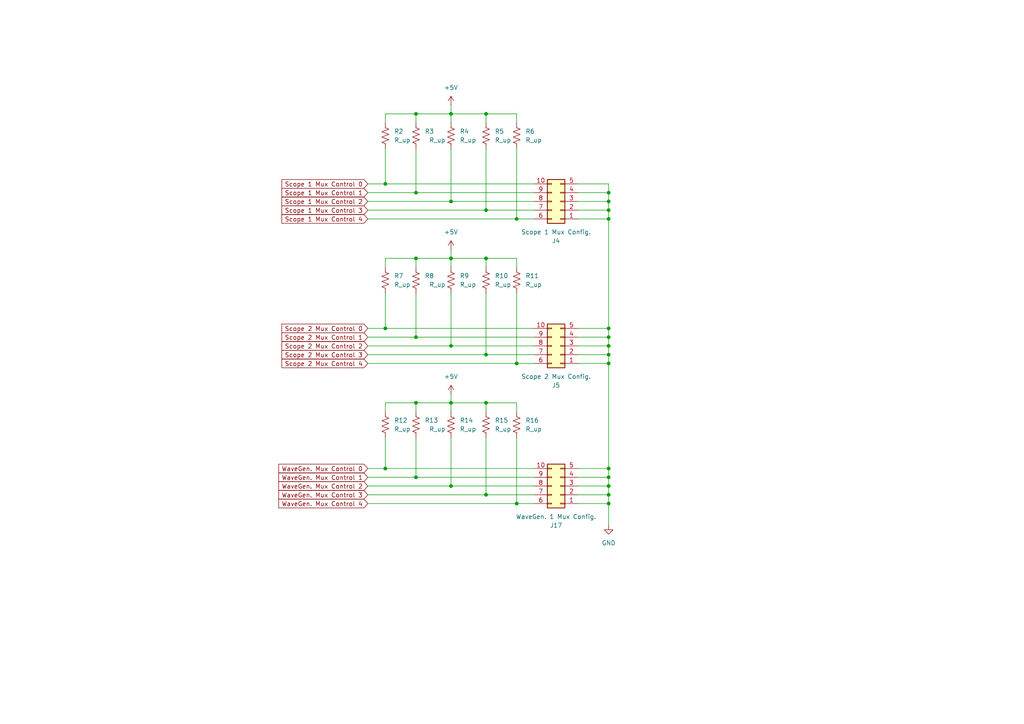
<source format=kicad_sch>
(kicad_sch (version 20250114) (generator "eeschema") (generator_version "9.0")
  (paper "A4")
  (lib_symbols
    (symbol "Connector_Generic:Conn_02x05_Top_Bottom" (pin_names (offset 1.016) (hide yes))
      (property "Reference" "J" (at 1.27 7.62 0))
      (property "Value" "Conn_02x05_Top_Bottom" (at 1.27 -7.62 0))
      (symbol "Conn_02x05_Top_Bottom_1_1"
        (rectangle (start -1.27 6.35) (end 3.81 -6.35) (stroke (width 0.254)) (fill (type background)))
        (rectangle (start -1.27 5.207) (end 0 4.953) (stroke (width 0.1524)))
        (rectangle (start -1.27 2.667) (end 0 2.413) (stroke (width 0.1524)))
        (rectangle (start -1.27 0.127) (end 0 -0.127) (stroke (width 0.1524)))
        (rectangle (start -1.27 -2.413) (end 0 -2.667) (stroke (width 0.1524)))
        (rectangle (start -1.27 -4.953) (end 0 -5.207) (stroke (width 0.1524)))
        (rectangle (start 3.81 5.207) (end 2.54 4.953) (stroke (width 0.1524)))
        (rectangle (start 3.81 2.667) (end 2.54 2.413) (stroke (width 0.1524)))
        (rectangle (start 3.81 0.127) (end 2.54 -0.127) (stroke (width 0.1524)))
        (rectangle (start 3.81 -2.413) (end 2.54 -2.667) (stroke (width 0.1524)))
        (rectangle (start 3.81 -4.953) (end 2.54 -5.207) (stroke (width 0.1524)))
        (pin passive line (at -5.08 5.08 0) (length 3.81) (name "Pin_1") (number "1"))
        (pin passive line (at -5.08 2.54 0) (length 3.81) (name "Pin_2") (number "2"))
        (pin passive line (at -5.08 0 0) (length 3.81) (name "Pin_3") (number "3"))
        (pin passive line (at -5.08 -2.54 0) (length 3.81) (name "Pin_4") (number "4"))
        (pin passive line (at -5.08 -5.08 0) (length 3.81) (name "Pin_5") (number "5"))
        (pin passive line (at 7.62 5.08 180) (length 3.81) (name "Pin_6") (number "6"))
        (pin passive line (at 7.62 2.54 180) (length 3.81) (name "Pin_7") (number "7"))
        (pin passive line (at 7.62 0 180) (length 3.81) (name "Pin_8") (number "8"))
        (pin passive line (at 7.62 -2.54 180) (length 3.81) (name "Pin_9") (number "9"))
        (pin passive line (at 7.62 -5.08 180) (length 3.81) (name "Pin_10") (number "10"))
      )
    )
    (symbol "Device:R_US" (pin_numbers (hide yes)) (pin_names (offset 0))
      (property "Reference" "R" (at 2.54 0 90))
      (property "Value" "R_US" (at -2.54 0 90))
      (symbol "R_US_0_1"
        (polyline (pts (xy 0 2.286) (xy 0 2.54)))
        (polyline (pts (xy 0 2.286) (xy 1.016 1.905) (xy 0 1.524) (xy -1.016 1.143) (xy 0 0.762)))
        (polyline (pts (xy 0 0.762) (xy 1.016 0.381) (xy 0 0) (xy -1.016 -0.381) (xy 0 -0.762)))
        (polyline (pts (xy 0 -0.762) (xy 1.016 -1.143) (xy 0 -1.524) (xy -1.016 -1.905) (xy 0 -2.286)))
        (polyline (pts (xy 0 -2.286) (xy 0 -2.54)))
      )
      (symbol "R_US_1_1"
        (pin passive line (at 0 3.81 270) (length 1.27) (name "~") (number "1"))
        (pin passive line (at 0 -3.81 90) (length 1.27) (name "~") (number "2"))
      )
    )
    (symbol "power:+5V" (power) (pin_numbers (hide yes)) (pin_names (offset 0) (hide yes))
      (property "Value" "+5V" (at 0 3.556 0))
      (symbol "+5V_0_1"
        (polyline (pts (xy -0.762 1.27) (xy 0 2.54)))
        (polyline (pts (xy 0 2.54) (xy 0.762 1.27)))
        (polyline (pts (xy 0 0) (xy 0 2.54)))
      )
      (symbol "+5V_1_1"
        (pin power_in line (at 0 0 90) (length 0) (name "~") (number "1"))
      )
    )
    (symbol "power:GND" (power) (pin_numbers (hide yes)) (pin_names (offset 0) (hide yes))
      (property "Value" "GND" (at 0 -3.81 0))
      (symbol "GND_0_1"
        (polyline (pts (xy 0 0) (xy 0 -1.27) (xy 1.27 -1.27) (xy 0 -2.54) (xy -1.27 -1.27) (xy 0 -1.27)))
      )
      (symbol "GND_1_1"
        (pin power_in line (at 0 0 270) (length 0) (name "~") (number "1"))
      )
    )
  )
  (junction (at 176.53 60.96))
  (junction (at 130.81 74.93))
  (junction (at 130.81 100.33))
  (junction (at 176.53 146.05))
  (junction (at 120.65 97.79))
  (junction (at 176.53 140.97))
  (junction (at 176.53 63.5))
  (junction (at 120.65 33.02))
  (junction (at 176.53 100.33))
  (junction (at 130.81 116.84))
  (junction (at 140.97 116.84))
  (junction (at 149.86 63.5))
  (junction (at 111.76 53.34))
  (junction (at 149.86 146.05))
  (junction (at 120.65 138.43))
  (junction (at 140.97 33.02))
  (junction (at 176.53 105.41))
  (junction (at 176.53 55.88))
  (junction (at 111.76 135.89))
  (junction (at 149.86 105.41))
  (junction (at 176.53 102.87))
  (junction (at 140.97 143.51))
  (junction (at 176.53 143.51))
  (junction (at 130.81 58.42))
  (junction (at 176.53 135.89))
  (junction (at 176.53 58.42))
  (junction (at 176.53 138.43))
  (junction (at 176.53 95.25))
  (junction (at 130.81 33.02))
  (junction (at 140.97 60.96))
  (junction (at 120.65 116.84))
  (junction (at 111.76 95.25))
  (junction (at 140.97 102.87))
  (junction (at 130.81 140.97))
  (junction (at 120.65 74.93))
  (junction (at 176.53 97.79))
  (junction (at 140.97 74.93))
  (junction (at 120.65 55.88))
  (wire (pts (xy 130.81 85.09) (xy 130.81 100.33)))
  (wire (pts (xy 149.86 85.09) (xy 149.86 105.41)))
  (wire (pts (xy 111.76 35.56) (xy 111.76 33.02)))
  (wire (pts (xy 167.64 140.97) (xy 176.53 140.97)))
  (wire (pts (xy 167.64 58.42) (xy 176.53 58.42)))
  (wire (pts (xy 140.97 43.18) (xy 140.97 60.96)))
  (wire (pts (xy 130.81 116.84) (xy 130.81 119.38)))
  (wire (pts (xy 140.97 33.02) (xy 140.97 35.56)))
  (wire (pts (xy 106.68 58.42) (xy 130.81 58.42)))
  (wire (pts (xy 106.68 95.25) (xy 111.76 95.25)))
  (wire (pts (xy 106.68 60.96) (xy 140.97 60.96)))
  (wire (pts (xy 106.68 138.43) (xy 120.65 138.43)))
  (wire (pts (xy 120.65 43.18) (xy 120.65 55.88)))
  (wire (pts (xy 149.86 127) (xy 149.86 146.05)))
  (wire (pts (xy 149.86 77.47) (xy 149.86 74.93)))
  (wire (pts (xy 140.97 74.93) (xy 140.97 77.47)))
  (wire (pts (xy 176.53 138.43) (xy 176.53 140.97)))
  (wire (pts (xy 106.68 105.41) (xy 149.86 105.41)))
  (wire (pts (xy 176.53 60.96) (xy 176.53 63.5)))
  (wire (pts (xy 140.97 143.51) (xy 154.94 143.51)))
  (wire (pts (xy 176.53 97.79) (xy 176.53 100.33)))
  (wire (pts (xy 167.64 97.79) (xy 176.53 97.79)))
  (wire (pts (xy 120.65 116.84) (xy 130.81 116.84)))
  (wire (pts (xy 140.97 33.02) (xy 149.86 33.02)))
  (wire (pts (xy 176.53 95.25) (xy 176.53 97.79)))
  (wire (pts (xy 149.86 146.05) (xy 154.94 146.05)))
  (wire (pts (xy 106.68 135.89) (xy 111.76 135.89)))
  (wire (pts (xy 120.65 33.02) (xy 130.81 33.02)))
  (wire (pts (xy 140.97 127) (xy 140.97 143.51)))
  (wire (pts (xy 106.68 146.05) (xy 149.86 146.05)))
  (wire (pts (xy 130.81 72.39) (xy 130.81 74.93)))
  (wire (pts (xy 111.76 85.09) (xy 111.76 95.25)))
  (wire (pts (xy 106.68 53.34) (xy 111.76 53.34)))
  (wire (pts (xy 106.68 63.5) (xy 149.86 63.5)))
  (wire (pts (xy 111.76 74.93) (xy 120.65 74.93)))
  (wire (pts (xy 120.65 55.88) (xy 154.94 55.88)))
  (wire (pts (xy 140.97 74.93) (xy 149.86 74.93)))
  (wire (pts (xy 176.53 53.34) (xy 176.53 55.88)))
  (wire (pts (xy 176.53 140.97) (xy 176.53 143.51)))
  (wire (pts (xy 176.53 135.89) (xy 176.53 138.43)))
  (wire (pts (xy 111.76 127) (xy 111.76 135.89)))
  (wire (pts (xy 167.64 60.96) (xy 176.53 60.96)))
  (wire (pts (xy 111.76 135.89) (xy 154.94 135.89)))
  (wire (pts (xy 176.53 63.5) (xy 176.53 95.25)))
  (wire (pts (xy 176.53 105.41) (xy 176.53 135.89)))
  (wire (pts (xy 167.64 55.88) (xy 176.53 55.88)))
  (wire (pts (xy 120.65 33.02) (xy 120.65 35.56)))
  (wire (pts (xy 130.81 116.84) (xy 140.97 116.84)))
  (wire (pts (xy 167.64 105.41) (xy 176.53 105.41)))
  (wire (pts (xy 130.81 33.02) (xy 140.97 33.02)))
  (wire (pts (xy 149.86 35.56) (xy 149.86 33.02)))
  (wire (pts (xy 167.64 53.34) (xy 176.53 53.34)))
  (wire (pts (xy 120.65 97.79) (xy 154.94 97.79)))
  (wire (pts (xy 106.68 140.97) (xy 130.81 140.97)))
  (wire (pts (xy 130.81 58.42) (xy 154.94 58.42)))
  (wire (pts (xy 111.76 77.47) (xy 111.76 74.93)))
  (wire (pts (xy 149.86 119.38) (xy 149.86 116.84)))
  (wire (pts (xy 106.68 97.79) (xy 120.65 97.79)))
  (wire (pts (xy 120.65 138.43) (xy 154.94 138.43)))
  (wire (pts (xy 111.76 116.84) (xy 120.65 116.84)))
  (wire (pts (xy 106.68 102.87) (xy 140.97 102.87)))
  (wire (pts (xy 130.81 43.18) (xy 130.81 58.42)))
  (wire (pts (xy 140.97 102.87) (xy 154.94 102.87)))
  (wire (pts (xy 130.81 30.48) (xy 130.81 33.02)))
  (wire (pts (xy 130.81 74.93) (xy 140.97 74.93)))
  (wire (pts (xy 167.64 146.05) (xy 176.53 146.05)))
  (wire (pts (xy 149.86 63.5) (xy 154.94 63.5)))
  (wire (pts (xy 106.68 55.88) (xy 120.65 55.88)))
  (wire (pts (xy 111.76 53.34) (xy 154.94 53.34)))
  (wire (pts (xy 130.81 114.3) (xy 130.81 116.84)))
  (wire (pts (xy 120.65 116.84) (xy 120.65 119.38)))
  (wire (pts (xy 176.53 143.51) (xy 176.53 146.05)))
  (wire (pts (xy 167.64 143.51) (xy 176.53 143.51)))
  (wire (pts (xy 111.76 33.02) (xy 120.65 33.02)))
  (wire (pts (xy 111.76 43.18) (xy 111.76 53.34)))
  (wire (pts (xy 130.81 127) (xy 130.81 140.97)))
  (wire (pts (xy 130.81 33.02) (xy 130.81 35.56)))
  (wire (pts (xy 176.53 58.42) (xy 176.53 60.96)))
  (wire (pts (xy 149.86 105.41) (xy 154.94 105.41)))
  (wire (pts (xy 176.53 102.87) (xy 176.53 105.41)))
  (wire (pts (xy 167.64 138.43) (xy 176.53 138.43)))
  (wire (pts (xy 120.65 85.09) (xy 120.65 97.79)))
  (wire (pts (xy 149.86 43.18) (xy 149.86 63.5)))
  (wire (pts (xy 176.53 100.33) (xy 176.53 102.87)))
  (wire (pts (xy 167.64 95.25) (xy 176.53 95.25)))
  (wire (pts (xy 120.65 127) (xy 120.65 138.43)))
  (wire (pts (xy 106.68 100.33) (xy 130.81 100.33)))
  (wire (pts (xy 111.76 95.25) (xy 154.94 95.25)))
  (wire (pts (xy 120.65 74.93) (xy 120.65 77.47)))
  (wire (pts (xy 130.81 140.97) (xy 154.94 140.97)))
  (wire (pts (xy 176.53 55.88) (xy 176.53 58.42)))
  (wire (pts (xy 167.64 63.5) (xy 176.53 63.5)))
  (wire (pts (xy 167.64 135.89) (xy 176.53 135.89)))
  (wire (pts (xy 111.76 119.38) (xy 111.76 116.84)))
  (wire (pts (xy 140.97 85.09) (xy 140.97 102.87)))
  (wire (pts (xy 130.81 74.93) (xy 130.81 77.47)))
  (wire (pts (xy 120.65 74.93) (xy 130.81 74.93)))
  (wire (pts (xy 167.64 100.33) (xy 176.53 100.33)))
  (wire (pts (xy 167.64 102.87) (xy 176.53 102.87)))
  (wire (pts (xy 106.68 143.51) (xy 140.97 143.51)))
  (wire (pts (xy 130.81 100.33) (xy 154.94 100.33)))
  (wire (pts (xy 140.97 116.84) (xy 140.97 119.38)))
  (wire (pts (xy 176.53 146.05) (xy 176.53 152.4)))
  (wire (pts (xy 140.97 116.84) (xy 149.86 116.84)))
  (wire (pts (xy 140.97 60.96) (xy 154.94 60.96)))
  (global_label "WaveGen. Mux Control 3" (shape input) (at 106.68 143.51 180) (property "Intersheetrefs" "${INTERSHEET_REFS}" (effects (hide yes))))
  (global_label "Scope 1 Mux Control 4" (shape input) (at 106.68 63.5 180) (property "Intersheetrefs" "${INTERSHEET_REFS}" (effects (hide yes))))
  (global_label "Scope 2 Mux Control 1" (shape input) (at 106.68 97.79 180) (property "Intersheetrefs" "${INTERSHEET_REFS}" (effects (hide yes))))
  (global_label "Scope 2 Mux Control 3" (shape input) (at 106.68 102.87 180) (property "Intersheetrefs" "${INTERSHEET_REFS}" (effects (hide yes))))
  (global_label "WaveGen. Mux Control 1" (shape input) (at 106.68 138.43 180) (property "Intersheetrefs" "${INTERSHEET_REFS}" (effects (hide yes))))
  (global_label "Scope 1 Mux Control 3" (shape input) (at 106.68 60.96 180) (property "Intersheetrefs" "${INTERSHEET_REFS}" (effects (hide yes))))
  (global_label "Scope 2 Mux Control 0" (shape input) (at 106.68 95.25 180) (property "Intersheetrefs" "${INTERSHEET_REFS}" (effects (hide yes))))
  (global_label "WaveGen. Mux Control 2" (shape input) (at 106.68 140.97 180) (property "Intersheetrefs" "${INTERSHEET_REFS}" (effects (hide yes))))
  (global_label "Scope 1 Mux Control 0" (shape input) (at 106.68 53.34 180) (property "Intersheetrefs" "${INTERSHEET_REFS}" (effects (hide yes))))
  (global_label "Scope 2 Mux Control 4" (shape input) (at 106.68 105.41 180) (property "Intersheetrefs" "${INTERSHEET_REFS}" (effects (hide yes))))
  (global_label "WaveGen. Mux Control 4" (shape input) (at 106.68 146.05 180) (property "Intersheetrefs" "${INTERSHEET_REFS}" (effects (hide yes))))
  (global_label "Scope 2 Mux Control 2" (shape input) (at 106.68 100.33 180) (property "Intersheetrefs" "${INTERSHEET_REFS}" (effects (hide yes))))
  (global_label "Scope 1 Mux Control 2" (shape input) (at 106.68 58.42 180) (property "Intersheetrefs" "${INTERSHEET_REFS}" (effects (hide yes))))
  (global_label "WaveGen. Mux Control 0" (shape input) (at 106.68 135.89 180) (property "Intersheetrefs" "${INTERSHEET_REFS}" (effects (hide yes))))
  (global_label "Scope 1 Mux Control 1" (shape input) (at 106.68 55.88 180) (property "Intersheetrefs" "${INTERSHEET_REFS}" (effects (hide yes))))
  (symbol (lib_id "power:+5V") (at 130.81 30.48 0) (unit 1)
    (property "Reference" "#PWR017" (effects (hide yes)))
    (property "Value" "+5V" (at 130.81 25.4 0))
    (property "Description" "Power symbol creates a global label with name \"+5V\"" (effects (hide yes)))
  )
  (symbol (lib_id "Connector_Generic:Conn_02x05_Top_Bottom") (at 162.56 100.33 180) (unit 1)
    (property "Reference" "J5" (at 161.29 111.76 0))
    (property "Value" "Scope 2 Mux Config." (at 161.29 109.22 0))
    (property "Footprint" "Button_Switch_SMD:SW_DIP_SPSTx05_Slide_6.7x14.26mm_W8.61mm_P2.54mm_LowProfile" (effects (hide yes)))
    (property "Description" "Generic connector, double row, 02x05, top/bottom pin numbering scheme (row 1: 1...pins_per_row, row2: pins_per_row+1 ... num_pins), script generated (kicad-library-utils/schlib/autogen/connector/)" (effects (hide yes)))
  )
  (symbol (lib_id "power:+5V") (at 130.81 114.3 0) (unit 1)
    (property "Reference" "#PWR020" (effects (hide yes)))
    (property "Value" "+5V" (at 130.81 109.22 0))
    (property "Description" "Power symbol creates a global label with name \"+5V\"" (effects (hide yes)))
  )
  (symbol (lib_id "Device:R_US") (at 149.86 81.28 0) (unit 1)
    (property "Reference" "R11" (at 152.4 80.0099 0) (effects (justify left)))
    (property "Value" "R_up" (at 152.4 82.5499 0) (effects (justify left)))
    (property "Footprint" "Resistor_SMD:R_0805_2012Metric_Pad1.20x1.40mm_HandSolder" (effects (hide yes)))
    (property "Description" "Resistor, US symbol" (effects (hide yes)))
  )
  (symbol (lib_id "power:GND") (at 176.53 152.4 0) (unit 1)
    (property "Reference" "#PWR018" (effects (hide yes)))
    (property "Value" "GND" (at 176.53 157.48 0))
    (property "Description" "Power symbol creates a global label with name \"GND\" , ground" (effects (hide yes)))
  )
  (symbol (lib_id "Device:R_US") (at 130.81 81.28 0) (unit 1)
    (property "Reference" "R9" (at 133.35 80.0099 0) (effects (justify left)))
    (property "Value" "R_up" (at 133.35 82.5499 0) (effects (justify left)))
    (property "Footprint" "Resistor_SMD:R_0805_2012Metric_Pad1.20x1.40mm_HandSolder" (effects (hide yes)))
    (property "Description" "Resistor, US symbol" (effects (hide yes)))
  )
  (symbol (lib_id "Device:R_US") (at 140.97 81.28 0) (unit 1)
    (property "Reference" "R10" (at 143.51 80.0099 0) (effects (justify left)))
    (property "Value" "R_up" (at 143.51 82.5499 0) (effects (justify left)))
    (property "Footprint" "Resistor_SMD:R_0805_2012Metric_Pad1.20x1.40mm_HandSolder" (effects (hide yes)))
    (property "Description" "Resistor, US symbol" (effects (hide yes)))
  )
  (symbol (lib_id "Device:R_US") (at 111.76 81.28 0) (unit 1)
    (property "Reference" "R7" (at 114.3 80.0099 0) (effects (justify left)))
    (property "Value" "R_up" (at 114.3 82.5499 0) (effects (justify left)))
    (property "Footprint" "Resistor_SMD:R_0805_2012Metric_Pad1.20x1.40mm_HandSolder" (effects (hide yes)))
    (property "Description" "Resistor, US symbol" (effects (hide yes)))
  )
  (symbol (lib_id "Device:R_US") (at 149.86 123.19 0) (unit 1)
    (property "Reference" "R16" (at 152.4 121.9199 0) (effects (justify left)))
    (property "Value" "R_up" (at 152.4 124.4599 0) (effects (justify left)))
    (property "Footprint" "Resistor_SMD:R_0805_2012Metric_Pad1.20x1.40mm_HandSolder" (effects (hide yes)))
    (property "Description" "Resistor, US symbol" (effects (hide yes)))
  )
  (symbol (lib_id "Device:R_US") (at 111.76 123.19 0) (unit 1)
    (property "Reference" "R12" (at 114.3 121.9199 0) (effects (justify left)))
    (property "Value" "R_up" (at 114.3 124.4599 0) (effects (justify left)))
    (property "Footprint" "Resistor_SMD:R_0805_2012Metric_Pad1.20x1.40mm_HandSolder" (effects (hide yes)))
    (property "Description" "Resistor, US symbol" (effects (hide yes)))
  )
  (symbol (lib_id "Device:R_US") (at 130.81 123.19 0) (unit 1)
    (property "Reference" "R14" (at 133.35 121.9199 0) (effects (justify left)))
    (property "Value" "R_up" (at 133.35 124.4599 0) (effects (justify left)))
    (property "Footprint" "Resistor_SMD:R_0805_2012Metric_Pad1.20x1.40mm_HandSolder" (effects (hide yes)))
    (property "Description" "Resistor, US symbol" (effects (hide yes)))
  )
  (symbol (lib_id "Device:R_US") (at 140.97 39.37 0) (unit 1)
    (property "Reference" "R5" (at 143.51 38.0999 0) (effects (justify left)))
    (property "Value" "R_up" (at 143.51 40.6399 0) (effects (justify left)))
    (property "Footprint" "Resistor_SMD:R_0805_2012Metric_Pad1.20x1.40mm_HandSolder" (effects (hide yes)))
    (property "Description" "Resistor, US symbol" (effects (hide yes)))
  )
  (symbol (lib_id "Device:R_US") (at 130.81 39.37 0) (unit 1)
    (property "Reference" "R4" (at 133.35 38.0999 0) (effects (justify left)))
    (property "Value" "R_up" (at 133.35 40.6399 0) (effects (justify left)))
    (property "Footprint" "Resistor_SMD:R_0805_2012Metric_Pad1.20x1.40mm_HandSolder" (effects (hide yes)))
    (property "Description" "Resistor, US symbol" (effects (hide yes)))
  )
  (symbol (lib_id "Connector_Generic:Conn_02x05_Top_Bottom") (at 162.56 58.42 180) (unit 1)
    (property "Reference" "J4" (at 161.29 69.85 0))
    (property "Value" "Scope 1 Mux Config." (at 161.29 67.31 0))
    (property "Footprint" "Button_Switch_SMD:SW_DIP_SPSTx05_Slide_6.7x14.26mm_W8.61mm_P2.54mm_LowProfile" (effects (hide yes)))
    (property "Description" "Generic connector, double row, 02x05, top/bottom pin numbering scheme (row 1: 1...pins_per_row, row2: pins_per_row+1 ... num_pins), script generated (kicad-library-utils/schlib/autogen/connector/)" (effects (hide yes)))
  )
  (symbol (lib_id "Device:R_US") (at 149.86 39.37 0) (unit 1)
    (property "Reference" "R6" (at 152.4 38.0999 0) (effects (justify left)))
    (property "Value" "R_up" (at 152.4 40.6399 0) (effects (justify left)))
    (property "Footprint" "Resistor_SMD:R_0805_2012Metric_Pad1.20x1.40mm_HandSolder" (effects (hide yes)))
    (property "Description" "Resistor, US symbol" (effects (hide yes)))
  )
  (symbol (lib_id "power:+5V") (at 130.81 72.39 0) (unit 1)
    (property "Reference" "#PWR019" (effects (hide yes)))
    (property "Value" "+5V" (at 130.81 67.31 0))
    (property "Description" "Power symbol creates a global label with name \"+5V\"" (effects (hide yes)))
  )
  (symbol (lib_id "Device:R_US") (at 140.97 123.19 0) (unit 1)
    (property "Reference" "R15" (at 143.51 121.9199 0) (effects (justify left)))
    (property "Value" "R_up" (at 143.51 124.4599 0) (effects (justify left)))
    (property "Footprint" "Resistor_SMD:R_0805_2012Metric_Pad1.20x1.40mm_HandSolder" (effects (hide yes)))
    (property "Description" "Resistor, US symbol" (effects (hide yes)))
  )
  (symbol (lib_id "Device:R_US") (at 120.65 81.28 0) (unit 1)
    (property "Reference" "R8" (at 123.19 80.0099 0) (effects (justify left)))
    (property "Value" "R_up" (at 124.46 82.5499 0) (effects (justify left)))
    (property "Footprint" "Resistor_SMD:R_0805_2012Metric_Pad1.20x1.40mm_HandSolder" (effects (hide yes)))
    (property "Description" "Resistor, US symbol" (effects (hide yes)))
  )
  (symbol (lib_id "Connector_Generic:Conn_02x05_Top_Bottom") (at 162.56 140.97 180) (unit 1)
    (property "Reference" "J17" (at 161.29 152.4 0))
    (property "Value" "WaveGen. 1 Mux Config." (at 161.29 149.86 0))
    (property "Footprint" "Button_Switch_SMD:SW_DIP_SPSTx05_Slide_6.7x14.26mm_W8.61mm_P2.54mm_LowProfile" (effects (hide yes)))
    (property "Description" "Generic connector, double row, 02x05, top/bottom pin numbering scheme (row 1: 1...pins_per_row, row2: pins_per_row+1 ... num_pins), script generated (kicad-library-utils/schlib/autogen/connector/)" (effects (hide yes)))
  )
  (symbol (lib_id "Device:R_US") (at 111.76 39.37 0) (unit 1)
    (property "Reference" "R2" (at 114.3 38.0999 0) (effects (justify left)))
    (property "Value" "R_up" (at 114.3 40.6399 0) (effects (justify left)))
    (property "Footprint" "Resistor_SMD:R_0805_2012Metric_Pad1.20x1.40mm_HandSolder" (effects (hide yes)))
    (property "Description" "Resistor, US symbol" (effects (hide yes)))
  )
  (symbol (lib_id "Device:R_US") (at 120.65 39.37 0) (unit 1)
    (property "Reference" "R3" (at 123.19 38.0999 0) (effects (justify left)))
    (property "Value" "R_up" (at 124.46 40.6399 0) (effects (justify left)))
    (property "Footprint" "Resistor_SMD:R_0805_2012Metric_Pad1.20x1.40mm_HandSolder" (effects (hide yes)))
    (property "Description" "Resistor, US symbol" (effects (hide yes)))
  )
  (symbol (lib_id "Device:R_US") (at 120.65 123.19 0) (unit 1)
    (property "Reference" "R13" (at 123.19 121.9199 0) (effects (justify left)))
    (property "Value" "R_up" (at 124.46 124.4599 0) (effects (justify left)))
    (property "Footprint" "Resistor_SMD:R_0805_2012Metric_Pad1.20x1.40mm_HandSolder" (effects (hide yes)))
    (property "Description" "Resistor, US symbol" (effects (hide yes)))
  )
)
</source>
